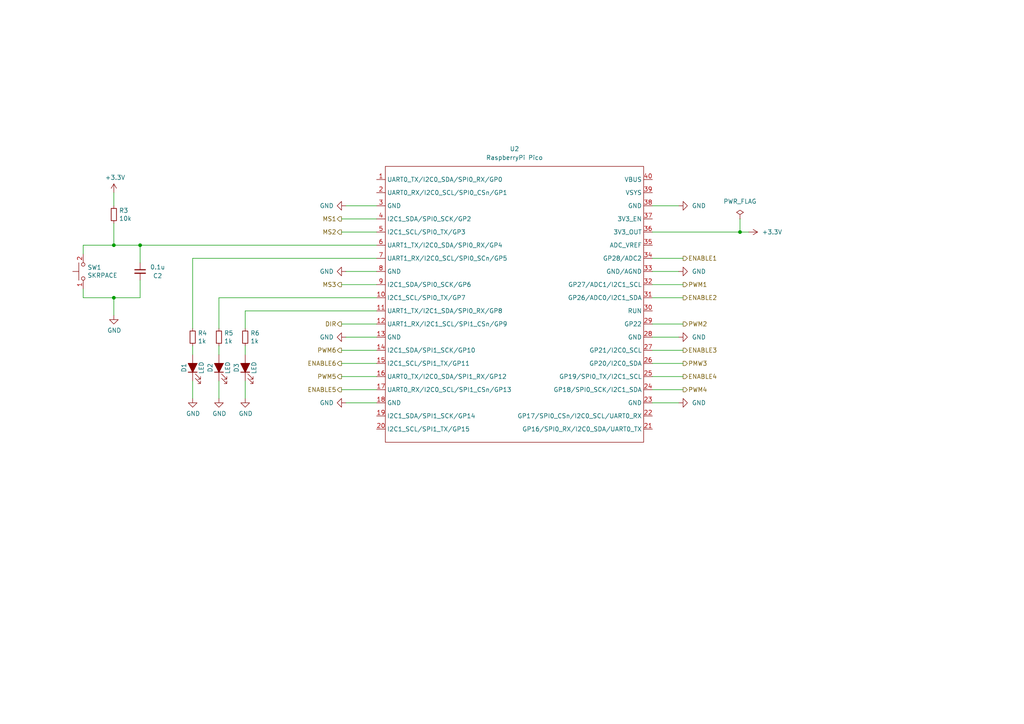
<source format=kicad_sch>
(kicad_sch (version 20211123) (generator eeschema)
  (paper "A4")
  (lib_symbols
    (symbol "Device:C_Small" (pin_numbers hide) (pin_names (offset 0.254) hide)
      (property "Reference" "C" (at 0.254 1.778 0))
      (property "Value" "C_Small" (at 0.254 -2.032 0))
      (symbol "C_Small_0_1"
        (polyline (pts (xy -1.524 -0.508) (xy 1.524 -0.508)) (stroke (width 0.3302)))
        (polyline (pts (xy -1.524 0.508) (xy 1.524 0.508)) (stroke (width 0.3048)))
      )
      (symbol "C_Small_1_1"
        (pin passive line (at 0 2.54 270) (length 2.032) (name "~") (number "1"))
        (pin passive line (at 0 -2.54 90) (length 2.032) (name "~") (number "2"))
      )
    )
    (symbol "Device:LED_ALT" (pin_numbers hide) (pin_names (offset 1.016) hide)
      (property "Reference" "D" (at 0 2.54 0))
      (property "Value" "Device_LED_ALT" (at 0 -2.54 0))
      (symbol "LED_ALT_0_1"
        (polyline (pts (xy -1.27 -1.27) (xy -1.27 1.27)) (stroke (width 0.254)))
        (polyline (pts (xy -1.27 0) (xy 1.27 0)))
        (polyline (pts (xy 1.27 -1.27) (xy 1.27 1.27) (xy -1.27 0) (xy 1.27 -1.27)) (stroke (width 0.254)) (fill (type outline)))
        (polyline (pts (xy -3.048 -0.762) (xy -4.572 -2.286) (xy -3.81 -2.286) (xy -4.572 -2.286) (xy -4.572 -1.524)))
        (polyline (pts (xy -1.778 -0.762) (xy -3.302 -2.286) (xy -2.54 -2.286) (xy -3.302 -2.286) (xy -3.302 -1.524)))
      )
      (symbol "LED_ALT_1_1"
        (pin passive line (at -3.81 0 0) (length 2.54) (name "K") (number "1"))
        (pin passive line (at 3.81 0 180) (length 2.54) (name "A") (number "2"))
      )
    )
    (symbol "Device:R_Small" (pin_numbers hide) (pin_names (offset 0.254) hide)
      (property "Reference" "R" (at 0.762 0.508 0))
      (property "Value" "R_Small" (at 0.762 -1.016 0))
      (symbol "R_Small_0_1"
        (rectangle (start -0.762 1.778) (end 0.762 -1.778) (stroke (width 0.2032)))
      )
      (symbol "R_Small_1_1"
        (pin passive line (at 0 2.54 270) (length 0.762) (name "~") (number "1"))
        (pin passive line (at 0 -2.54 90) (length 0.762) (name "~") (number "2"))
      )
    )
    (symbol "My_Device:SKRPACE" (pin_names (offset 1.016))
      (property "Reference" "SW" (at 0 6.35 0))
      (property "Value" "My_Device_SKRPACE" (at 0 8.89 0))
      (symbol "SKRPACE_1_1"
        (circle (center -2.032 0) (radius 0.508))
        (polyline (pts (xy 0 1.27) (xy 0 3.048)))
        (polyline (pts (xy 2.54 1.27) (xy -2.54 1.27)))
        (circle (center 2.032 0) (radius 0.508))
        (pin passive line (at -5.08 0 0) (length 2.54) (name "~") (number "1"))
        (pin passive line (at 5.08 0 180) (length 2.54) (name "~") (number "2"))
      )
    )
    (symbol "power:+3.3V" (power) (pin_names (offset 0))
      (property "Value" "+3.3V" (at 0 3.556 0))
      (symbol "+3.3V_0_1"
        (polyline (pts (xy -0.762 1.27) (xy 0 2.54)))
        (polyline (pts (xy 0 0) (xy 0 2.54)))
        (polyline (pts (xy 0 2.54) (xy 0.762 1.27)))
      )
      (symbol "+3.3V_1_1"
        (pin power_in line (at 0 0 90) (length 0) hide (name "+3.3V") (number "1"))
      )
    )
    (symbol "power:GND" (power) (pin_names (offset 0))
      (property "Value" "GND" (at 0 -3.81 0))
      (symbol "GND_0_1"
        (polyline (pts (xy 0 0) (xy 0 -1.27) (xy 1.27 -1.27) (xy 0 -2.54) (xy -1.27 -1.27) (xy 0 -1.27)))
      )
      (symbol "GND_1_1"
        (pin power_in line (at 0 0 270) (length 0) hide (name "GND") (number "1"))
      )
    )
    (symbol "power:PWR_FLAG" (power) (pin_numbers hide) (pin_names (offset 0) hide)
      (property "Value" "PWR_FLAG" (at 0 3.81 0))
      (symbol "PWR_FLAG_0_0"
        (pin power_out line (at 0 0 90) (length 0) (name "pwr") (number "1"))
      )
      (symbol "PWR_FLAG_0_1"
        (polyline (pts (xy 0 0) (xy 0 1.27) (xy -1.016 1.905) (xy 0 2.54) (xy 1.016 1.905) (xy 0 1.27)))
      )
    )
    (symbol "stepper_music_lib:RaspberryPi Pico"
      (property "Reference" "U" (at 0 0 0))
      (property "Value" "RaspberryPi Pico" (at 0 -2.54 0))
      (symbol "RaspberryPi Pico_0_1"
        (rectangle (start -38.1 -11.43) (end 36.83 -91.44))
      )
      (symbol "RaspberryPi Pico_1_1"
        (pin input line (at -40.64 -15.24 0) (length 2.54) (name "UART0_TX/I2C0_SDA/SPI0_RX/GP0") (number "1"))
        (pin input line (at -40.64 -49.53 0) (length 2.54) (name "I2C1_SCL/SPI0_TX/GP7") (number "10"))
        (pin input line (at -40.64 -53.34 0) (length 2.54) (name "UART1_TX/I2C1_SDA/SPI0_RX/GP8") (number "11"))
        (pin input line (at -40.64 -57.15 0) (length 2.54) (name "UART1_RX/I2C1_SCL/SPI1_CSn/GP9") (number "12"))
        (pin input line (at -40.64 -60.96 0) (length 2.54) (name "GND") (number "13"))
        (pin input line (at -40.64 -64.77 0) (length 2.54) (name "I2C1_SDA/SPI1_SCK/GP10") (number "14"))
        (pin input line (at -40.64 -68.58 0) (length 2.54) (name "I2C1_SCL/SPI1_TX/GP11") (number "15"))
        (pin input line (at -40.64 -72.39 0) (length 2.54) (name "UART0_TX/I2C0_SDA/SPI1_RX/GP12") (number "16"))
        (pin input line (at -40.64 -76.2 0) (length 2.54) (name "UART0_RX/I2C0_SCL/SPI1_CSn/GP13") (number "17"))
        (pin input line (at -40.64 -80.01 0) (length 2.54) (name "GND") (number "18"))
        (pin input line (at -40.64 -83.82 0) (length 2.54) (name "I2C1_SDA/SPI1_SCK/GP14") (number "19"))
        (pin input line (at -40.64 -19.05 0) (length 2.54) (name "UART0_RX/I2C0_SCL/SPI0_CSn/GP1") (number "2"))
        (pin input line (at -40.64 -87.63 0) (length 2.54) (name "I2C1_SCL/SPI1_TX/GP15") (number "20"))
        (pin input line (at 39.37 -87.63 180) (length 2.54) (name "GP16/SPI0_RX/I2C0_SDA/UART0_TX") (number "21"))
        (pin input line (at 39.37 -83.82 180) (length 2.54) (name "GP17/SPI0_CSn/I2C0_SCL/UART0_RX") (number "22"))
        (pin input line (at 39.37 -80.01 180) (length 2.54) (name "GND") (number "23"))
        (pin input line (at 39.37 -76.2 180) (length 2.54) (name "GP18/SPI0_SCK/I2C1_SDA") (number "24"))
        (pin input line (at 39.37 -72.39 180) (length 2.54) (name "GP19/SPI0_TX/I2C1_SCL") (number "25"))
        (pin input line (at 39.37 -68.58 180) (length 2.54) (name "GP20/I2C0_SDA") (number "26"))
        (pin input line (at 39.37 -64.77 180) (length 2.54) (name "GP21/I2C0_SCL") (number "27"))
        (pin input line (at 39.37 -60.96 180) (length 2.54) (name "GND") (number "28"))
        (pin input line (at 39.37 -57.15 180) (length 2.54) (name "GP22") (number "29"))
        (pin input line (at -40.64 -22.86 0) (length 2.54) (name "GND") (number "3"))
        (pin input line (at 39.37 -53.34 180) (length 2.54) (name "RUN") (number "30"))
        (pin input line (at 39.37 -49.53 180) (length 2.54) (name "GP26/ADC0/I2C1_SDA") (number "31"))
        (pin input line (at 39.37 -45.72 180) (length 2.54) (name "GP27/ADC1/I2C1_SCL") (number "32"))
        (pin input line (at 39.37 -41.91 180) (length 2.54) (name "GND/AGND") (number "33"))
        (pin input line (at 39.37 -38.1 180) (length 2.54) (name "GP28/ADC2") (number "34"))
        (pin input line (at 39.37 -34.29 180) (length 2.54) (name "ADC_VREF") (number "35"))
        (pin input line (at 39.37 -30.48 180) (length 2.54) (name "3V3_OUT") (number "36"))
        (pin input line (at 39.37 -26.67 180) (length 2.54) (name "3V3_EN") (number "37"))
        (pin input line (at 39.37 -22.86 180) (length 2.54) (name "GND") (number "38"))
        (pin input line (at 39.37 -19.05 180) (length 2.54) (name "VSYS") (number "39"))
        (pin input line (at -40.64 -26.67 0) (length 2.54) (name "I2C1_SDA/SPI0_SCK/GP2") (number "4"))
        (pin input line (at 39.37 -15.24 180) (length 2.54) (name "VBUS") (number "40"))
        (pin input line (at -40.64 -30.48 0) (length 2.54) (name "I2C1_SCL/SPI0_TX/GP3") (number "5"))
        (pin input line (at -40.64 -34.29 0) (length 2.54) (name "UART1_TX/I2C0_SDA/SPI0_RX/GP4") (number "6"))
        (pin input line (at -40.64 -38.1 0) (length 2.54) (name "UART1_RX/I2C0_SCL/SPI0_SCn/GP5") (number "7"))
        (pin input line (at -40.64 -41.91 0) (length 2.54) (name "GND") (number "8"))
        (pin input line (at -40.64 -45.72 0) (length 2.54) (name "I2C1_SDA/SPI0_SCK/GP6") (number "9"))
      )
    )
  )
  (junction (at 33.02 71.12))
  (junction (at 214.63 67.31))
  (junction (at 40.64 71.12))
  (junction (at 33.02 86.36))
  (wire (pts (xy 189.23 82.55) (xy 198.12 82.55)))
  (wire (pts (xy 109.22 74.93) (xy 55.88 74.93)))
  (wire (pts (xy 109.22 90.17) (xy 71.12 90.17)))
  (wire (pts (xy 40.64 81.28) (xy 40.64 86.36)))
  (wire (pts (xy 189.23 59.69) (xy 196.85 59.69)))
  (wire (pts (xy 24.13 71.12) (xy 24.13 73.66)))
  (wire (pts (xy 189.23 105.41) (xy 198.12 105.41)))
  (wire (pts (xy 214.63 67.31) (xy 217.17 67.31)))
  (wire (pts (xy 189.23 67.31) (xy 214.63 67.31)))
  (wire (pts (xy 100.33 97.79) (xy 109.22 97.79)))
  (wire (pts (xy 214.63 63.5) (xy 214.63 67.31)))
  (wire (pts (xy 189.23 97.79) (xy 196.85 97.79)))
  (wire (pts (xy 189.23 93.98) (xy 198.12 93.98)))
  (wire (pts (xy 71.12 102.87) (xy 71.12 100.33)))
  (wire (pts (xy 71.12 90.17) (xy 71.12 95.25)))
  (wire (pts (xy 99.06 109.22) (xy 109.22 109.22)))
  (wire (pts (xy 40.64 76.2) (xy 40.64 71.12)))
  (wire (pts (xy 99.06 82.55) (xy 109.22 82.55)))
  (wire (pts (xy 99.06 63.5) (xy 109.22 63.5)))
  (wire (pts (xy 63.5 102.87) (xy 63.5 100.33)))
  (wire (pts (xy 100.33 59.69) (xy 109.22 59.69)))
  (wire (pts (xy 99.06 93.98) (xy 109.22 93.98)))
  (wire (pts (xy 189.23 101.6) (xy 198.12 101.6)))
  (wire (pts (xy 40.64 71.12) (xy 33.02 71.12)))
  (wire (pts (xy 63.5 115.57) (xy 63.5 110.49)))
  (wire (pts (xy 24.13 86.36) (xy 33.02 86.36)))
  (wire (pts (xy 189.23 109.22) (xy 198.12 109.22)))
  (wire (pts (xy 71.12 115.57) (xy 71.12 110.49)))
  (wire (pts (xy 33.02 64.77) (xy 33.02 71.12)))
  (wire (pts (xy 40.64 71.12) (xy 109.22 71.12)))
  (wire (pts (xy 40.64 86.36) (xy 33.02 86.36)))
  (wire (pts (xy 24.13 71.12) (xy 33.02 71.12)))
  (wire (pts (xy 55.88 102.87) (xy 55.88 100.33)))
  (wire (pts (xy 189.23 113.03) (xy 198.12 113.03)))
  (wire (pts (xy 189.23 86.36) (xy 198.12 86.36)))
  (wire (pts (xy 189.23 78.74) (xy 196.85 78.74)))
  (wire (pts (xy 24.13 86.36) (xy 24.13 83.82)))
  (wire (pts (xy 109.22 86.36) (xy 63.5 86.36)))
  (wire (pts (xy 189.23 116.84) (xy 196.85 116.84)))
  (wire (pts (xy 100.33 116.84) (xy 109.22 116.84)))
  (wire (pts (xy 99.06 67.31) (xy 109.22 67.31)))
  (wire (pts (xy 99.06 101.6) (xy 109.22 101.6)))
  (wire (pts (xy 99.06 113.03) (xy 109.22 113.03)))
  (wire (pts (xy 189.23 74.93) (xy 198.12 74.93)))
  (wire (pts (xy 55.88 74.93) (xy 55.88 95.25)))
  (wire (pts (xy 55.88 115.57) (xy 55.88 110.49)))
  (wire (pts (xy 33.02 86.36) (xy 33.02 91.44)))
  (wire (pts (xy 100.33 78.74) (xy 109.22 78.74)))
  (wire (pts (xy 63.5 86.36) (xy 63.5 95.25)))
  (wire (pts (xy 33.02 59.69) (xy 33.02 55.88)))
  (wire (pts (xy 99.06 105.41) (xy 109.22 105.41)))
  (hierarchical_label "ENABLE1" (shape output) (at 198.12 74.93 0))
  (hierarchical_label "MS1" (shape output) (at 99.06 63.5 180))
  (hierarchical_label "MS2" (shape output) (at 99.06 67.31 180))
  (hierarchical_label "MS3" (shape output) (at 99.06 82.55 180))
  (hierarchical_label "DIR" (shape output) (at 99.06 93.98 180))
  (hierarchical_label "PWM5" (shape output) (at 99.06 109.22 180))
  (hierarchical_label "PWM6" (shape output) (at 99.06 101.6 180))
  (hierarchical_label "PWM4" (shape output) (at 198.12 113.03 0))
  (hierarchical_label "ENABLE5" (shape output) (at 99.06 113.03 180))
  (hierarchical_label "ENABLE3" (shape output) (at 198.12 101.6 0))
  (hierarchical_label "PWM1" (shape output) (at 198.12 82.55 0))
  (hierarchical_label "PWM2" (shape output) (at 198.12 93.98 0))
  (hierarchical_label "PMW3" (shape output) (at 198.12 105.41 0))
  (hierarchical_label "ENABLE2" (shape output) (at 198.12 86.36 0))
  (hierarchical_label "ENABLE6" (shape output) (at 99.06 105.41 180))
  (hierarchical_label "ENABLE4" (shape output) (at 198.12 109.22 0))
  (symbol (lib_id "stepper_music_lib:RaspberryPi Pico") (at 149.86 36.83 0) (unit 1)
    (property "Reference" "U2" (at 149.225 43.18 0))
    (property "Value" "RaspberryPi Pico" (at 149.225 45.72 0))
    (property "Footprint" "stepper_music_lib:raspberrypi_pico" (effects hide))
  )
  (symbol (lib_id "power:GND") (at 196.85 59.69 90) (unit 1)
    (property "Reference" "#PWR017" (effects hide))
    (property "Value" "GND" (at 200.66 59.6899 90) (effects (justify right)))
  )
  (symbol (lib_id "Device:R_Small") (at 33.02 62.23 0) (unit 1)
    (property "Reference" "R3" (at 34.5186 61.0616 0) (effects (justify left)))
    (property "Value" "10k" (at 34.5186 63.373 0) (effects (justify left)))
    (property "Footprint" "Resistor_SMD:R_0603_1608Metric_Pad0.98x0.95mm_HandSolder" (effects hide))
  )
  (symbol (lib_id "power:PWR_FLAG") (at 214.63 63.5 0) (unit 1)
    (property "Reference" "#FLG01" (effects hide))
    (property "Value" "PWR_FLAG" (at 214.63 58.42 0))
  )
  (symbol (lib_id "power:GND") (at 33.02 91.44 0) (unit 1)
    (property "Reference" "#PWR09" (effects hide))
    (property "Value" "GND" (at 33.147 95.8342 0))
  )
  (symbol (lib_id "power:GND") (at 100.33 116.84 270) (unit 1)
    (property "Reference" "#PWR016" (effects hide))
    (property "Value" "GND" (at 92.71 116.84 90) (effects (justify left)))
  )
  (symbol (lib_id "Device:LED_ALT") (at 63.5 106.68 90) (unit 1)
    (property "Reference" "D2" (at 60.96 106.68 0))
    (property "Value" "LED" (at 66.04 106.68 0))
    (property "Footprint" "LED_SMD:LED_0603_1608Metric_Pad1.05x0.95mm_HandSolder" (effects hide))
  )
  (symbol (lib_id "power:+3.3V") (at 33.02 55.88 0) (unit 1)
    (property "Reference" "#PWR08" (effects hide))
    (property "Value" "+3.3V" (at 33.401 51.4858 0))
  )
  (symbol (lib_id "power:GND") (at 63.5 115.57 0) (unit 1)
    (property "Reference" "#PWR011" (effects hide))
    (property "Value" "GND" (at 63.627 119.9642 0))
  )
  (symbol (lib_id "power:GND") (at 196.85 78.74 90) (unit 1)
    (property "Reference" "#PWR018" (effects hide))
    (property "Value" "GND" (at 200.66 78.7399 90) (effects (justify right)))
  )
  (symbol (lib_id "Device:R_Small") (at 71.12 97.79 0) (unit 1)
    (property "Reference" "R6" (at 72.6186 96.6216 0) (effects (justify left)))
    (property "Value" "1k" (at 72.6186 98.933 0) (effects (justify left)))
    (property "Footprint" "Resistor_SMD:R_0805_2012Metric_Pad1.20x1.40mm_HandSolder" (effects hide))
  )
  (symbol (lib_id "My_Device:SKRPACE") (at 24.13 78.74 90) (unit 1)
    (property "Reference" "SW1" (at 25.3492 77.5716 90) (effects (justify right)))
    (property "Value" "SKRPACE" (at 25.3492 79.883 90) (effects (justify right)))
    (property "Footprint" "Button_Switch_SMD:SW_Push_1P1T_NO_Vertical_Wuerth_434133025816" (effects hide))
  )
  (symbol (lib_id "power:GND") (at 196.85 97.79 90) (unit 1)
    (property "Reference" "#PWR019" (effects hide))
    (property "Value" "GND" (at 200.66 97.7899 90) (effects (justify right)))
  )
  (symbol (lib_id "power:GND") (at 196.85 116.84 90) (unit 1)
    (property "Reference" "#PWR020" (effects hide))
    (property "Value" "GND" (at 200.66 116.8399 90) (effects (justify right)))
  )
  (symbol (lib_id "Device:R_Small") (at 55.88 97.79 0) (unit 1)
    (property "Reference" "R4" (at 57.3786 96.6216 0) (effects (justify left)))
    (property "Value" "1k" (at 57.3786 98.933 0) (effects (justify left)))
    (property "Footprint" "Resistor_SMD:R_0805_2012Metric_Pad1.20x1.40mm_HandSolder" (effects hide))
  )
  (symbol (lib_id "Device:LED_ALT") (at 71.12 106.68 90) (unit 1)
    (property "Reference" "D3" (at 68.58 106.68 0))
    (property "Value" "LED" (at 73.66 106.68 0))
    (property "Footprint" "LED_SMD:LED_0603_1608Metric_Pad1.05x0.95mm_HandSolder" (effects hide))
  )
  (symbol (lib_id "power:GND") (at 100.33 97.79 270) (unit 1)
    (property "Reference" "#PWR015" (effects hide))
    (property "Value" "GND" (at 92.71 97.79 90) (effects (justify left)))
  )
  (symbol (lib_id "Device:LED_ALT") (at 55.88 106.68 90) (unit 1)
    (property "Reference" "D1" (at 53.34 106.68 0))
    (property "Value" "LED" (at 58.42 106.68 0))
    (property "Footprint" "LED_SMD:LED_0603_1608Metric_Pad1.05x0.95mm_HandSolder" (effects hide))
  )
  (symbol (lib_id "power:GND") (at 100.33 59.69 270) (unit 1)
    (property "Reference" "#PWR013" (effects hide))
    (property "Value" "GND" (at 92.71 59.69 90) (effects (justify left)))
  )
  (symbol (lib_id "Device:R_Small") (at 63.5 97.79 0) (unit 1)
    (property "Reference" "R5" (at 64.9986 96.6216 0) (effects (justify left)))
    (property "Value" "1k" (at 64.9986 98.933 0) (effects (justify left)))
    (property "Footprint" "Resistor_SMD:R_0805_2012Metric_Pad1.20x1.40mm_HandSolder" (effects hide))
  )
  (symbol (lib_id "power:+3.3V") (at 217.17 67.31 270) (unit 1)
    (property "Reference" "#PWR021" (effects hide))
    (property "Value" "+3.3V" (at 220.98 67.3099 90) (effects (justify left)))
  )
  (symbol (lib_id "power:GND") (at 71.12 115.57 0) (unit 1)
    (property "Reference" "#PWR012" (effects hide))
    (property "Value" "GND" (at 71.247 119.9642 0))
  )
  (symbol (lib_id "power:GND") (at 100.33 78.74 270) (unit 1)
    (property "Reference" "#PWR014" (effects hide))
    (property "Value" "GND" (at 92.71 78.74 90) (effects (justify left)))
  )
  (symbol (lib_id "power:GND") (at 55.88 115.57 0) (unit 1)
    (property "Reference" "#PWR010" (effects hide))
    (property "Value" "GND" (at 56.007 119.9642 0))
  )
  (symbol (lib_id "Device:C_Small") (at 40.64 78.74 0) (unit 1)
    (property "Reference" "C2" (at 45.72 80.01 0))
    (property "Value" "0.1u" (at 45.72 77.47 0))
    (property "Footprint" "Capacitor_SMD:C_0603_1608Metric_Pad1.08x0.95mm_HandSolder" (effects hide))
  )
)
</source>
